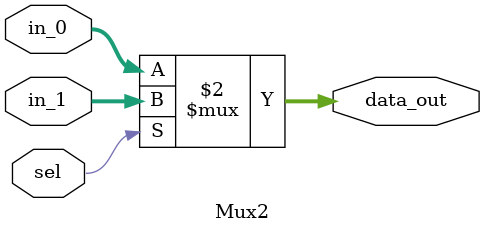
<source format=sv>
`timescale 1ns/10ps
/*
Mux2 Inst_Name #(
    .DW()
)(
    .sel(),
    .in_0(),
    .in_1(),
    .data_out()
);

*/


module Mux2 #(
    parameter DW=32
)(
    input sel,
    input [DW-1:0]in_0,
    input [DW-1:0]in_1,
    output logic [DW-1:0] data_out
);
    always_comb begin
        data_out = sel?in_1:in_0;
    end
endmodule
</source>
